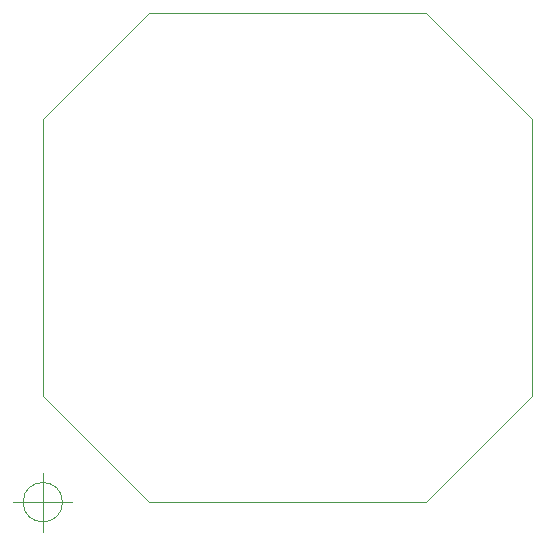
<source format=gbr>
G04 #@! TF.GenerationSoftware,KiCad,Pcbnew,5.1.4-1.fc30*
G04 #@! TF.CreationDate,2020-10-18T16:52:28+02:00*
G04 #@! TF.ProjectId,synchro2,73796e63-6872-46f3-922e-6b696361645f,rev?*
G04 #@! TF.SameCoordinates,Original*
G04 #@! TF.FileFunction,Profile,NP*
%FSLAX46Y46*%
G04 Gerber Fmt 4.6, Leading zero omitted, Abs format (unit mm)*
G04 Created by KiCad (PCBNEW 5.1.4-1.fc30) date 2020-10-18 16:52:28*
%MOMM*%
%LPD*%
G04 APERTURE LIST*
%ADD10C,0.050000*%
G04 APERTURE END LIST*
D10*
X239810000Y-104590000D02*
X230810000Y-95590000D01*
X198390000Y-128010000D02*
X207390000Y-137010000D01*
X230810000Y-137010000D02*
X239810000Y-128010000D01*
X207390000Y-95590000D02*
X198390000Y-104590000D01*
X200056666Y-137010000D02*
G75*
G03X200056666Y-137010000I-1666666J0D01*
G01*
X195890000Y-137010000D02*
X200890000Y-137010000D01*
X198390000Y-134510000D02*
X198390000Y-139510000D01*
X230810000Y-137010000D02*
X207390000Y-137010000D01*
X198390000Y-116300000D02*
X198390000Y-128010000D01*
X239810000Y-116300000D02*
X239810000Y-128010000D01*
X207390000Y-95590000D02*
X230810000Y-95590000D01*
X198390000Y-116300000D02*
X198390000Y-104590000D01*
X239810000Y-116300000D02*
X239810000Y-104590000D01*
M02*

</source>
